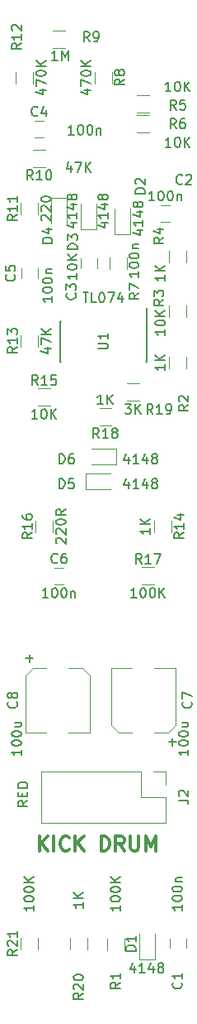
<source format=gbr>
%TF.GenerationSoftware,KiCad,Pcbnew,(5.1.6-0)*%
%TF.CreationDate,2022-12-04T14:57:16-05:00*%
%TF.ProjectId,KickDrum,4b69636b-4472-4756-9d2e-6b696361645f,rev?*%
%TF.SameCoordinates,Original*%
%TF.FileFunction,Legend,Top*%
%TF.FilePolarity,Positive*%
%FSLAX46Y46*%
G04 Gerber Fmt 4.6, Leading zero omitted, Abs format (unit mm)*
G04 Created by KiCad (PCBNEW (5.1.6-0)) date 2022-12-04 14:57:16*
%MOMM*%
%LPD*%
G01*
G04 APERTURE LIST*
%ADD10C,0.300000*%
%ADD11C,0.120000*%
%ADD12C,0.150000*%
G04 APERTURE END LIST*
D10*
X115320714Y-160698571D02*
X115320714Y-159198571D01*
X116177857Y-160698571D02*
X115535000Y-159841428D01*
X116177857Y-159198571D02*
X115320714Y-160055714D01*
X116820714Y-160698571D02*
X116820714Y-159198571D01*
X118392142Y-160555714D02*
X118320714Y-160627142D01*
X118106428Y-160698571D01*
X117963571Y-160698571D01*
X117749285Y-160627142D01*
X117606428Y-160484285D01*
X117535000Y-160341428D01*
X117463571Y-160055714D01*
X117463571Y-159841428D01*
X117535000Y-159555714D01*
X117606428Y-159412857D01*
X117749285Y-159270000D01*
X117963571Y-159198571D01*
X118106428Y-159198571D01*
X118320714Y-159270000D01*
X118392142Y-159341428D01*
X119035000Y-160698571D02*
X119035000Y-159198571D01*
X119892142Y-160698571D02*
X119249285Y-159841428D01*
X119892142Y-159198571D02*
X119035000Y-160055714D01*
X121677857Y-160698571D02*
X121677857Y-159198571D01*
X122035000Y-159198571D01*
X122249285Y-159270000D01*
X122392142Y-159412857D01*
X122463571Y-159555714D01*
X122535000Y-159841428D01*
X122535000Y-160055714D01*
X122463571Y-160341428D01*
X122392142Y-160484285D01*
X122249285Y-160627142D01*
X122035000Y-160698571D01*
X121677857Y-160698571D01*
X124035000Y-160698571D02*
X123535000Y-159984285D01*
X123177857Y-160698571D02*
X123177857Y-159198571D01*
X123749285Y-159198571D01*
X123892142Y-159270000D01*
X123963571Y-159341428D01*
X124035000Y-159484285D01*
X124035000Y-159698571D01*
X123963571Y-159841428D01*
X123892142Y-159912857D01*
X123749285Y-159984285D01*
X123177857Y-159984285D01*
X124677857Y-159198571D02*
X124677857Y-160412857D01*
X124749285Y-160555714D01*
X124820714Y-160627142D01*
X124963571Y-160698571D01*
X125249285Y-160698571D01*
X125392142Y-160627142D01*
X125463571Y-160555714D01*
X125535000Y-160412857D01*
X125535000Y-159198571D01*
X126249285Y-160698571D02*
X126249285Y-159198571D01*
X126749285Y-160270000D01*
X127249285Y-159198571D01*
X127249285Y-160698571D01*
D11*
%TO.C,C8*%
X113888000Y-148588000D02*
X116068000Y-148588000D01*
X120488000Y-148588000D02*
X118308000Y-148588000D01*
X114648000Y-141988000D02*
X116068000Y-141988000D01*
X119728000Y-141988000D02*
X118308000Y-141988000D01*
X113888000Y-148588000D02*
X113888000Y-142748000D01*
X113888000Y-142748000D02*
X114648000Y-141988000D01*
X119728000Y-141988000D02*
X120488000Y-142748000D01*
X120488000Y-142748000D02*
X120488000Y-148588000D01*
%TO.C,C7*%
X129284000Y-141988000D02*
X127104000Y-141988000D01*
X122684000Y-141988000D02*
X124864000Y-141988000D01*
X128524000Y-148588000D02*
X127104000Y-148588000D01*
X123444000Y-148588000D02*
X124864000Y-148588000D01*
X129284000Y-141988000D02*
X129284000Y-147828000D01*
X129284000Y-147828000D02*
X128524000Y-148588000D01*
X123444000Y-148588000D02*
X122684000Y-147828000D01*
X122684000Y-147828000D02*
X122684000Y-141988000D01*
D12*
%TO.C,U1*%
X126370000Y-106510000D02*
X126345000Y-106510000D01*
X126370000Y-110660000D02*
X126255000Y-110660000D01*
X117470000Y-110660000D02*
X117585000Y-110660000D01*
X117470000Y-106510000D02*
X117585000Y-106510000D01*
X126370000Y-106510000D02*
X126370000Y-110660000D01*
X117470000Y-106510000D02*
X117470000Y-110660000D01*
X126345000Y-106510000D02*
X126345000Y-105135000D01*
D11*
%TO.C,R21*%
X115180000Y-169580000D02*
X115180000Y-170780000D01*
X113420000Y-170780000D02*
X113420000Y-169580000D01*
%TO.C,R20*%
X118500000Y-170780000D02*
X118500000Y-169580000D01*
X120260000Y-169580000D02*
X120260000Y-170780000D01*
%TO.C,R19*%
X125568000Y-114672000D02*
X124368000Y-114672000D01*
X124368000Y-112912000D02*
X125568000Y-112912000D01*
%TO.C,R18*%
X121494000Y-115452000D02*
X122694000Y-115452000D01*
X122694000Y-117212000D02*
X121494000Y-117212000D01*
%TO.C,R17*%
X127092000Y-133468000D02*
X125892000Y-133468000D01*
X125892000Y-131708000D02*
X127092000Y-131708000D01*
%TO.C,R16*%
X116704000Y-126908000D02*
X116704000Y-128108000D01*
X114944000Y-128108000D02*
X114944000Y-126908000D01*
%TO.C,R15*%
X116424000Y-115180000D02*
X115224000Y-115180000D01*
X115224000Y-113420000D02*
X116424000Y-113420000D01*
%TO.C,R14*%
X127136000Y-128108000D02*
X127136000Y-126908000D01*
X128896000Y-126908000D02*
X128896000Y-128108000D01*
%TO.C,R13*%
X115180000Y-107938000D02*
X115180000Y-109138000D01*
X113420000Y-109138000D02*
X113420000Y-107938000D01*
%TO.C,R12*%
X114672000Y-81014000D02*
X114672000Y-82214000D01*
X112912000Y-82214000D02*
X112912000Y-81014000D01*
%TO.C,R11*%
X115180000Y-94396000D02*
X115180000Y-95596000D01*
X113420000Y-95596000D02*
X113420000Y-94396000D01*
%TO.C,R10*%
X114716000Y-89036000D02*
X115916000Y-89036000D01*
X115916000Y-90796000D02*
X114716000Y-90796000D01*
%TO.C,R9*%
X116748000Y-76844000D02*
X117948000Y-76844000D01*
X117948000Y-78604000D02*
X116748000Y-78604000D01*
%TO.C,R8*%
X121040000Y-82214000D02*
X121040000Y-81014000D01*
X122800000Y-81014000D02*
X122800000Y-82214000D01*
%TO.C,R7*%
X122564000Y-101184000D02*
X122564000Y-99984000D01*
X124324000Y-99984000D02*
X124324000Y-101184000D01*
%TO.C,R6*%
X125384000Y-85480000D02*
X126584000Y-85480000D01*
X126584000Y-87240000D02*
X125384000Y-87240000D01*
%TO.C,R5*%
X125384000Y-83448000D02*
X126584000Y-83448000D01*
X126584000Y-85208000D02*
X125384000Y-85208000D01*
%TO.C,R4*%
X128660000Y-100502000D02*
X128660000Y-99302000D01*
X130420000Y-99302000D02*
X130420000Y-100502000D01*
%TO.C,R3*%
X128660000Y-106090000D02*
X128660000Y-104890000D01*
X130420000Y-104890000D02*
X130420000Y-106090000D01*
%TO.C,R2*%
X128660000Y-111344000D02*
X128660000Y-110144000D01*
X130420000Y-110144000D02*
X130420000Y-111344000D01*
%TO.C,R1*%
X122310000Y-170860000D02*
X122310000Y-169660000D01*
X124070000Y-169660000D02*
X124070000Y-170860000D01*
%TO.C,J2*%
X115510000Y-152594000D02*
X115510000Y-157794000D01*
X125730000Y-152594000D02*
X115510000Y-152594000D01*
X128330000Y-157794000D02*
X115510000Y-157794000D01*
X125730000Y-152594000D02*
X125730000Y-155194000D01*
X125730000Y-155194000D02*
X128330000Y-155194000D01*
X128330000Y-155194000D02*
X128330000Y-157794000D01*
X127000000Y-152594000D02*
X128330000Y-152594000D01*
X128330000Y-152594000D02*
X128330000Y-153924000D01*
%TO.C,D6*%
X123266000Y-121196000D02*
X123266000Y-119596000D01*
X123266000Y-119596000D02*
X120666000Y-119596000D01*
X123266000Y-121196000D02*
X120666000Y-121196000D01*
%TO.C,D5*%
X120066000Y-122136000D02*
X120066000Y-123736000D01*
X120066000Y-123736000D02*
X122666000Y-123736000D01*
X120066000Y-122136000D02*
X122666000Y-122136000D01*
%TO.C,D4*%
X118148000Y-93904000D02*
X116548000Y-93904000D01*
X116548000Y-93904000D02*
X116548000Y-96504000D01*
X118148000Y-93904000D02*
X118148000Y-96504000D01*
%TO.C,D3*%
X119596000Y-97104000D02*
X121196000Y-97104000D01*
X121196000Y-97104000D02*
X121196000Y-94504000D01*
X119596000Y-97104000D02*
X119596000Y-94504000D01*
%TO.C,D2*%
X123025000Y-97612000D02*
X124625000Y-97612000D01*
X124625000Y-97612000D02*
X124625000Y-95012000D01*
X123025000Y-97612000D02*
X123025000Y-95012000D01*
%TO.C,D1*%
X125565000Y-171780000D02*
X127165000Y-171780000D01*
X127165000Y-171780000D02*
X127165000Y-169180000D01*
X125565000Y-171780000D02*
X125565000Y-169180000D01*
%TO.C,C6*%
X117848000Y-131738000D02*
X116848000Y-131738000D01*
X116848000Y-133438000D02*
X117848000Y-133438000D01*
%TO.C,C5*%
X115150000Y-102100000D02*
X115150000Y-101100000D01*
X113450000Y-101100000D02*
X113450000Y-102100000D01*
%TO.C,C4*%
X115816000Y-86018000D02*
X114816000Y-86018000D01*
X114816000Y-87718000D02*
X115816000Y-87718000D01*
%TO.C,C3*%
X119546000Y-100084000D02*
X119546000Y-101084000D01*
X121246000Y-101084000D02*
X121246000Y-100084000D01*
%TO.C,C2*%
X127770000Y-96354000D02*
X128770000Y-96354000D01*
X128770000Y-94654000D02*
X127770000Y-94654000D01*
%TO.C,C1*%
X128690000Y-169660000D02*
X128690000Y-170660000D01*
X130390000Y-170660000D02*
X130390000Y-169660000D01*
%TO.C,C8*%
D12*
X112985142Y-145454666D02*
X113032761Y-145502285D01*
X113080380Y-145645142D01*
X113080380Y-145740380D01*
X113032761Y-145883238D01*
X112937523Y-145978476D01*
X112842285Y-146026095D01*
X112651809Y-146073714D01*
X112508952Y-146073714D01*
X112318476Y-146026095D01*
X112223238Y-145978476D01*
X112128000Y-145883238D01*
X112080380Y-145740380D01*
X112080380Y-145645142D01*
X112128000Y-145502285D01*
X112175619Y-145454666D01*
X112508952Y-144883238D02*
X112461333Y-144978476D01*
X112413714Y-145026095D01*
X112318476Y-145073714D01*
X112270857Y-145073714D01*
X112175619Y-145026095D01*
X112128000Y-144978476D01*
X112080380Y-144883238D01*
X112080380Y-144692761D01*
X112128000Y-144597523D01*
X112175619Y-144549904D01*
X112270857Y-144502285D01*
X112318476Y-144502285D01*
X112413714Y-144549904D01*
X112461333Y-144597523D01*
X112508952Y-144692761D01*
X112508952Y-144883238D01*
X112556571Y-144978476D01*
X112604190Y-145026095D01*
X112699428Y-145073714D01*
X112889904Y-145073714D01*
X112985142Y-145026095D01*
X113032761Y-144978476D01*
X113080380Y-144883238D01*
X113080380Y-144692761D01*
X113032761Y-144597523D01*
X112985142Y-144549904D01*
X112889904Y-144502285D01*
X112699428Y-144502285D01*
X112604190Y-144549904D01*
X112556571Y-144597523D01*
X112508952Y-144692761D01*
X113482380Y-150344047D02*
X113482380Y-150915476D01*
X113482380Y-150629761D02*
X112482380Y-150629761D01*
X112625238Y-150725000D01*
X112720476Y-150820238D01*
X112768095Y-150915476D01*
X112482380Y-149725000D02*
X112482380Y-149629761D01*
X112530000Y-149534523D01*
X112577619Y-149486904D01*
X112672857Y-149439285D01*
X112863333Y-149391666D01*
X113101428Y-149391666D01*
X113291904Y-149439285D01*
X113387142Y-149486904D01*
X113434761Y-149534523D01*
X113482380Y-149629761D01*
X113482380Y-149725000D01*
X113434761Y-149820238D01*
X113387142Y-149867857D01*
X113291904Y-149915476D01*
X113101428Y-149963095D01*
X112863333Y-149963095D01*
X112672857Y-149915476D01*
X112577619Y-149867857D01*
X112530000Y-149820238D01*
X112482380Y-149725000D01*
X112482380Y-148772619D02*
X112482380Y-148677380D01*
X112530000Y-148582142D01*
X112577619Y-148534523D01*
X112672857Y-148486904D01*
X112863333Y-148439285D01*
X113101428Y-148439285D01*
X113291904Y-148486904D01*
X113387142Y-148534523D01*
X113434761Y-148582142D01*
X113482380Y-148677380D01*
X113482380Y-148772619D01*
X113434761Y-148867857D01*
X113387142Y-148915476D01*
X113291904Y-148963095D01*
X113101428Y-149010714D01*
X112863333Y-149010714D01*
X112672857Y-148963095D01*
X112577619Y-148915476D01*
X112530000Y-148867857D01*
X112482380Y-148772619D01*
X112815714Y-147582142D02*
X113482380Y-147582142D01*
X112815714Y-148010714D02*
X113339523Y-148010714D01*
X113434761Y-147963095D01*
X113482380Y-147867857D01*
X113482380Y-147725000D01*
X113434761Y-147629761D01*
X113387142Y-147582142D01*
X114299428Y-141388952D02*
X114299428Y-140627047D01*
X114680380Y-141008000D02*
X113918476Y-141008000D01*
%TO.C,C7*%
X130901142Y-145454666D02*
X130948761Y-145502285D01*
X130996380Y-145645142D01*
X130996380Y-145740380D01*
X130948761Y-145883238D01*
X130853523Y-145978476D01*
X130758285Y-146026095D01*
X130567809Y-146073714D01*
X130424952Y-146073714D01*
X130234476Y-146026095D01*
X130139238Y-145978476D01*
X130044000Y-145883238D01*
X129996380Y-145740380D01*
X129996380Y-145645142D01*
X130044000Y-145502285D01*
X130091619Y-145454666D01*
X129996380Y-145121333D02*
X129996380Y-144454666D01*
X130996380Y-144883238D01*
X130627380Y-150344047D02*
X130627380Y-150915476D01*
X130627380Y-150629761D02*
X129627380Y-150629761D01*
X129770238Y-150725000D01*
X129865476Y-150820238D01*
X129913095Y-150915476D01*
X129627380Y-149725000D02*
X129627380Y-149629761D01*
X129675000Y-149534523D01*
X129722619Y-149486904D01*
X129817857Y-149439285D01*
X130008333Y-149391666D01*
X130246428Y-149391666D01*
X130436904Y-149439285D01*
X130532142Y-149486904D01*
X130579761Y-149534523D01*
X130627380Y-149629761D01*
X130627380Y-149725000D01*
X130579761Y-149820238D01*
X130532142Y-149867857D01*
X130436904Y-149915476D01*
X130246428Y-149963095D01*
X130008333Y-149963095D01*
X129817857Y-149915476D01*
X129722619Y-149867857D01*
X129675000Y-149820238D01*
X129627380Y-149725000D01*
X129627380Y-148772619D02*
X129627380Y-148677380D01*
X129675000Y-148582142D01*
X129722619Y-148534523D01*
X129817857Y-148486904D01*
X130008333Y-148439285D01*
X130246428Y-148439285D01*
X130436904Y-148486904D01*
X130532142Y-148534523D01*
X130579761Y-148582142D01*
X130627380Y-148677380D01*
X130627380Y-148772619D01*
X130579761Y-148867857D01*
X130532142Y-148915476D01*
X130436904Y-148963095D01*
X130246428Y-149010714D01*
X130008333Y-149010714D01*
X129817857Y-148963095D01*
X129722619Y-148915476D01*
X129675000Y-148867857D01*
X129627380Y-148772619D01*
X129960714Y-147582142D02*
X130627380Y-147582142D01*
X129960714Y-148010714D02*
X130484523Y-148010714D01*
X130579761Y-147963095D01*
X130627380Y-147867857D01*
X130627380Y-147725000D01*
X130579761Y-147629761D01*
X130532142Y-147582142D01*
X129015428Y-149948952D02*
X129015428Y-149187047D01*
X129396380Y-149568000D02*
X128634476Y-149568000D01*
%TO.C,U1*%
X121372380Y-109346904D02*
X122181904Y-109346904D01*
X122277142Y-109299285D01*
X122324761Y-109251666D01*
X122372380Y-109156428D01*
X122372380Y-108965952D01*
X122324761Y-108870714D01*
X122277142Y-108823095D01*
X122181904Y-108775476D01*
X121372380Y-108775476D01*
X122372380Y-107775476D02*
X122372380Y-108346904D01*
X122372380Y-108061190D02*
X121372380Y-108061190D01*
X121515238Y-108156428D01*
X121610476Y-108251666D01*
X121658095Y-108346904D01*
X119800952Y-103592380D02*
X120372380Y-103592380D01*
X120086666Y-104592380D02*
X120086666Y-103592380D01*
X121181904Y-104592380D02*
X120705714Y-104592380D01*
X120705714Y-103592380D01*
X121705714Y-103592380D02*
X121800952Y-103592380D01*
X121896190Y-103640000D01*
X121943809Y-103687619D01*
X121991428Y-103782857D01*
X122039047Y-103973333D01*
X122039047Y-104211428D01*
X121991428Y-104401904D01*
X121943809Y-104497142D01*
X121896190Y-104544761D01*
X121800952Y-104592380D01*
X121705714Y-104592380D01*
X121610476Y-104544761D01*
X121562857Y-104497142D01*
X121515238Y-104401904D01*
X121467619Y-104211428D01*
X121467619Y-103973333D01*
X121515238Y-103782857D01*
X121562857Y-103687619D01*
X121610476Y-103640000D01*
X121705714Y-103592380D01*
X122372380Y-103592380D02*
X123039047Y-103592380D01*
X122610476Y-104592380D01*
X123848571Y-103925714D02*
X123848571Y-104592380D01*
X123610476Y-103544761D02*
X123372380Y-104259047D01*
X123991428Y-104259047D01*
%TO.C,R21*%
X113052380Y-170822857D02*
X112576190Y-171156190D01*
X113052380Y-171394285D02*
X112052380Y-171394285D01*
X112052380Y-171013333D01*
X112100000Y-170918095D01*
X112147619Y-170870476D01*
X112242857Y-170822857D01*
X112385714Y-170822857D01*
X112480952Y-170870476D01*
X112528571Y-170918095D01*
X112576190Y-171013333D01*
X112576190Y-171394285D01*
X112147619Y-170441904D02*
X112100000Y-170394285D01*
X112052380Y-170299047D01*
X112052380Y-170060952D01*
X112100000Y-169965714D01*
X112147619Y-169918095D01*
X112242857Y-169870476D01*
X112338095Y-169870476D01*
X112480952Y-169918095D01*
X113052380Y-170489523D01*
X113052380Y-169870476D01*
X113052380Y-168918095D02*
X113052380Y-169489523D01*
X113052380Y-169203809D02*
X112052380Y-169203809D01*
X112195238Y-169299047D01*
X112290476Y-169394285D01*
X112338095Y-169489523D01*
X114752380Y-166266666D02*
X114752380Y-166838095D01*
X114752380Y-166552380D02*
X113752380Y-166552380D01*
X113895238Y-166647619D01*
X113990476Y-166742857D01*
X114038095Y-166838095D01*
X113752380Y-165647619D02*
X113752380Y-165552380D01*
X113800000Y-165457142D01*
X113847619Y-165409523D01*
X113942857Y-165361904D01*
X114133333Y-165314285D01*
X114371428Y-165314285D01*
X114561904Y-165361904D01*
X114657142Y-165409523D01*
X114704761Y-165457142D01*
X114752380Y-165552380D01*
X114752380Y-165647619D01*
X114704761Y-165742857D01*
X114657142Y-165790476D01*
X114561904Y-165838095D01*
X114371428Y-165885714D01*
X114133333Y-165885714D01*
X113942857Y-165838095D01*
X113847619Y-165790476D01*
X113800000Y-165742857D01*
X113752380Y-165647619D01*
X113752380Y-164695238D02*
X113752380Y-164600000D01*
X113800000Y-164504761D01*
X113847619Y-164457142D01*
X113942857Y-164409523D01*
X114133333Y-164361904D01*
X114371428Y-164361904D01*
X114561904Y-164409523D01*
X114657142Y-164457142D01*
X114704761Y-164504761D01*
X114752380Y-164600000D01*
X114752380Y-164695238D01*
X114704761Y-164790476D01*
X114657142Y-164838095D01*
X114561904Y-164885714D01*
X114371428Y-164933333D01*
X114133333Y-164933333D01*
X113942857Y-164885714D01*
X113847619Y-164838095D01*
X113800000Y-164790476D01*
X113752380Y-164695238D01*
X114752380Y-163933333D02*
X113752380Y-163933333D01*
X114752380Y-163361904D02*
X114180952Y-163790476D01*
X113752380Y-163361904D02*
X114323809Y-163933333D01*
%TO.C,R20*%
X119832380Y-175267857D02*
X119356190Y-175601190D01*
X119832380Y-175839285D02*
X118832380Y-175839285D01*
X118832380Y-175458333D01*
X118880000Y-175363095D01*
X118927619Y-175315476D01*
X119022857Y-175267857D01*
X119165714Y-175267857D01*
X119260952Y-175315476D01*
X119308571Y-175363095D01*
X119356190Y-175458333D01*
X119356190Y-175839285D01*
X118927619Y-174886904D02*
X118880000Y-174839285D01*
X118832380Y-174744047D01*
X118832380Y-174505952D01*
X118880000Y-174410714D01*
X118927619Y-174363095D01*
X119022857Y-174315476D01*
X119118095Y-174315476D01*
X119260952Y-174363095D01*
X119832380Y-174934523D01*
X119832380Y-174315476D01*
X118832380Y-173696428D02*
X118832380Y-173601190D01*
X118880000Y-173505952D01*
X118927619Y-173458333D01*
X119022857Y-173410714D01*
X119213333Y-173363095D01*
X119451428Y-173363095D01*
X119641904Y-173410714D01*
X119737142Y-173458333D01*
X119784761Y-173505952D01*
X119832380Y-173601190D01*
X119832380Y-173696428D01*
X119784761Y-173791666D01*
X119737142Y-173839285D01*
X119641904Y-173886904D01*
X119451428Y-173934523D01*
X119213333Y-173934523D01*
X119022857Y-173886904D01*
X118927619Y-173839285D01*
X118880000Y-173791666D01*
X118832380Y-173696428D01*
X119832380Y-165949285D02*
X119832380Y-166520714D01*
X119832380Y-166235000D02*
X118832380Y-166235000D01*
X118975238Y-166330238D01*
X119070476Y-166425476D01*
X119118095Y-166520714D01*
X119832380Y-165520714D02*
X118832380Y-165520714D01*
X119832380Y-164949285D02*
X119260952Y-165377857D01*
X118832380Y-164949285D02*
X119403809Y-165520714D01*
%TO.C,R19*%
X126992142Y-116022380D02*
X126658809Y-115546190D01*
X126420714Y-116022380D02*
X126420714Y-115022380D01*
X126801666Y-115022380D01*
X126896904Y-115070000D01*
X126944523Y-115117619D01*
X126992142Y-115212857D01*
X126992142Y-115355714D01*
X126944523Y-115450952D01*
X126896904Y-115498571D01*
X126801666Y-115546190D01*
X126420714Y-115546190D01*
X127944523Y-116022380D02*
X127373095Y-116022380D01*
X127658809Y-116022380D02*
X127658809Y-115022380D01*
X127563571Y-115165238D01*
X127468333Y-115260476D01*
X127373095Y-115308095D01*
X128420714Y-116022380D02*
X128611190Y-116022380D01*
X128706428Y-115974761D01*
X128754047Y-115927142D01*
X128849285Y-115784285D01*
X128896904Y-115593809D01*
X128896904Y-115212857D01*
X128849285Y-115117619D01*
X128801666Y-115070000D01*
X128706428Y-115022380D01*
X128515952Y-115022380D01*
X128420714Y-115070000D01*
X128373095Y-115117619D01*
X128325476Y-115212857D01*
X128325476Y-115450952D01*
X128373095Y-115546190D01*
X128420714Y-115593809D01*
X128515952Y-115641428D01*
X128706428Y-115641428D01*
X128801666Y-115593809D01*
X128849285Y-115546190D01*
X128896904Y-115450952D01*
X124134666Y-114994380D02*
X124753714Y-114994380D01*
X124420380Y-115375333D01*
X124563238Y-115375333D01*
X124658476Y-115422952D01*
X124706095Y-115470571D01*
X124753714Y-115565809D01*
X124753714Y-115803904D01*
X124706095Y-115899142D01*
X124658476Y-115946761D01*
X124563238Y-115994380D01*
X124277523Y-115994380D01*
X124182285Y-115946761D01*
X124134666Y-115899142D01*
X125182285Y-115994380D02*
X125182285Y-114994380D01*
X125753714Y-115994380D02*
X125325142Y-115422952D01*
X125753714Y-114994380D02*
X125182285Y-115565809D01*
%TO.C,R18*%
X121451142Y-118484380D02*
X121117809Y-118008190D01*
X120879714Y-118484380D02*
X120879714Y-117484380D01*
X121260666Y-117484380D01*
X121355904Y-117532000D01*
X121403523Y-117579619D01*
X121451142Y-117674857D01*
X121451142Y-117817714D01*
X121403523Y-117912952D01*
X121355904Y-117960571D01*
X121260666Y-118008190D01*
X120879714Y-118008190D01*
X122403523Y-118484380D02*
X121832095Y-118484380D01*
X122117809Y-118484380D02*
X122117809Y-117484380D01*
X122022571Y-117627238D01*
X121927333Y-117722476D01*
X121832095Y-117770095D01*
X122974952Y-117912952D02*
X122879714Y-117865333D01*
X122832095Y-117817714D01*
X122784476Y-117722476D01*
X122784476Y-117674857D01*
X122832095Y-117579619D01*
X122879714Y-117532000D01*
X122974952Y-117484380D01*
X123165428Y-117484380D01*
X123260666Y-117532000D01*
X123308285Y-117579619D01*
X123355904Y-117674857D01*
X123355904Y-117722476D01*
X123308285Y-117817714D01*
X123260666Y-117865333D01*
X123165428Y-117912952D01*
X122974952Y-117912952D01*
X122879714Y-117960571D01*
X122832095Y-118008190D01*
X122784476Y-118103428D01*
X122784476Y-118293904D01*
X122832095Y-118389142D01*
X122879714Y-118436761D01*
X122974952Y-118484380D01*
X123165428Y-118484380D01*
X123260666Y-118436761D01*
X123308285Y-118389142D01*
X123355904Y-118293904D01*
X123355904Y-118103428D01*
X123308285Y-118008190D01*
X123260666Y-117960571D01*
X123165428Y-117912952D01*
X121879714Y-115034380D02*
X121308285Y-115034380D01*
X121594000Y-115034380D02*
X121594000Y-114034380D01*
X121498761Y-114177238D01*
X121403523Y-114272476D01*
X121308285Y-114320095D01*
X122308285Y-115034380D02*
X122308285Y-114034380D01*
X122879714Y-115034380D02*
X122451142Y-114462952D01*
X122879714Y-114034380D02*
X122308285Y-114605809D01*
%TO.C,R17*%
X125849142Y-131340380D02*
X125515809Y-130864190D01*
X125277714Y-131340380D02*
X125277714Y-130340380D01*
X125658666Y-130340380D01*
X125753904Y-130388000D01*
X125801523Y-130435619D01*
X125849142Y-130530857D01*
X125849142Y-130673714D01*
X125801523Y-130768952D01*
X125753904Y-130816571D01*
X125658666Y-130864190D01*
X125277714Y-130864190D01*
X126801523Y-131340380D02*
X126230095Y-131340380D01*
X126515809Y-131340380D02*
X126515809Y-130340380D01*
X126420571Y-130483238D01*
X126325333Y-130578476D01*
X126230095Y-130626095D01*
X127134857Y-130340380D02*
X127801523Y-130340380D01*
X127372952Y-131340380D01*
X125325333Y-134790380D02*
X124753904Y-134790380D01*
X125039619Y-134790380D02*
X125039619Y-133790380D01*
X124944380Y-133933238D01*
X124849142Y-134028476D01*
X124753904Y-134076095D01*
X125944380Y-133790380D02*
X126039619Y-133790380D01*
X126134857Y-133838000D01*
X126182476Y-133885619D01*
X126230095Y-133980857D01*
X126277714Y-134171333D01*
X126277714Y-134409428D01*
X126230095Y-134599904D01*
X126182476Y-134695142D01*
X126134857Y-134742761D01*
X126039619Y-134790380D01*
X125944380Y-134790380D01*
X125849142Y-134742761D01*
X125801523Y-134695142D01*
X125753904Y-134599904D01*
X125706285Y-134409428D01*
X125706285Y-134171333D01*
X125753904Y-133980857D01*
X125801523Y-133885619D01*
X125849142Y-133838000D01*
X125944380Y-133790380D01*
X126896761Y-133790380D02*
X126992000Y-133790380D01*
X127087238Y-133838000D01*
X127134857Y-133885619D01*
X127182476Y-133980857D01*
X127230095Y-134171333D01*
X127230095Y-134409428D01*
X127182476Y-134599904D01*
X127134857Y-134695142D01*
X127087238Y-134742761D01*
X126992000Y-134790380D01*
X126896761Y-134790380D01*
X126801523Y-134742761D01*
X126753904Y-134695142D01*
X126706285Y-134599904D01*
X126658666Y-134409428D01*
X126658666Y-134171333D01*
X126706285Y-133980857D01*
X126753904Y-133885619D01*
X126801523Y-133838000D01*
X126896761Y-133790380D01*
X127658666Y-134790380D02*
X127658666Y-133790380D01*
X128230095Y-134790380D02*
X127801523Y-134218952D01*
X128230095Y-133790380D02*
X127658666Y-134361809D01*
%TO.C,R16*%
X114576380Y-128150857D02*
X114100190Y-128484190D01*
X114576380Y-128722285D02*
X113576380Y-128722285D01*
X113576380Y-128341333D01*
X113624000Y-128246095D01*
X113671619Y-128198476D01*
X113766857Y-128150857D01*
X113909714Y-128150857D01*
X114004952Y-128198476D01*
X114052571Y-128246095D01*
X114100190Y-128341333D01*
X114100190Y-128722285D01*
X114576380Y-127198476D02*
X114576380Y-127769904D01*
X114576380Y-127484190D02*
X113576380Y-127484190D01*
X113719238Y-127579428D01*
X113814476Y-127674666D01*
X113862095Y-127769904D01*
X113576380Y-126341333D02*
X113576380Y-126531809D01*
X113624000Y-126627047D01*
X113671619Y-126674666D01*
X113814476Y-126769904D01*
X114004952Y-126817523D01*
X114385904Y-126817523D01*
X114481142Y-126769904D01*
X114528761Y-126722285D01*
X114576380Y-126627047D01*
X114576380Y-126436571D01*
X114528761Y-126341333D01*
X114481142Y-126293714D01*
X114385904Y-126246095D01*
X114147809Y-126246095D01*
X114052571Y-126293714D01*
X114004952Y-126341333D01*
X113957333Y-126436571D01*
X113957333Y-126627047D01*
X114004952Y-126722285D01*
X114052571Y-126769904D01*
X114147809Y-126817523D01*
X117121619Y-129246095D02*
X117074000Y-129198476D01*
X117026380Y-129103238D01*
X117026380Y-128865142D01*
X117074000Y-128769904D01*
X117121619Y-128722285D01*
X117216857Y-128674666D01*
X117312095Y-128674666D01*
X117454952Y-128722285D01*
X118026380Y-129293714D01*
X118026380Y-128674666D01*
X117121619Y-128293714D02*
X117074000Y-128246095D01*
X117026380Y-128150857D01*
X117026380Y-127912761D01*
X117074000Y-127817523D01*
X117121619Y-127769904D01*
X117216857Y-127722285D01*
X117312095Y-127722285D01*
X117454952Y-127769904D01*
X118026380Y-128341333D01*
X118026380Y-127722285D01*
X117026380Y-127103238D02*
X117026380Y-127008000D01*
X117074000Y-126912761D01*
X117121619Y-126865142D01*
X117216857Y-126817523D01*
X117407333Y-126769904D01*
X117645428Y-126769904D01*
X117835904Y-126817523D01*
X117931142Y-126865142D01*
X117978761Y-126912761D01*
X118026380Y-127008000D01*
X118026380Y-127103238D01*
X117978761Y-127198476D01*
X117931142Y-127246095D01*
X117835904Y-127293714D01*
X117645428Y-127341333D01*
X117407333Y-127341333D01*
X117216857Y-127293714D01*
X117121619Y-127246095D01*
X117074000Y-127198476D01*
X117026380Y-127103238D01*
X118026380Y-125769904D02*
X117550190Y-126103238D01*
X118026380Y-126341333D02*
X117026380Y-126341333D01*
X117026380Y-125960380D01*
X117074000Y-125865142D01*
X117121619Y-125817523D01*
X117216857Y-125769904D01*
X117359714Y-125769904D01*
X117454952Y-125817523D01*
X117502571Y-125865142D01*
X117550190Y-125960380D01*
X117550190Y-126341333D01*
%TO.C,R15*%
X115181142Y-113052380D02*
X114847809Y-112576190D01*
X114609714Y-113052380D02*
X114609714Y-112052380D01*
X114990666Y-112052380D01*
X115085904Y-112100000D01*
X115133523Y-112147619D01*
X115181142Y-112242857D01*
X115181142Y-112385714D01*
X115133523Y-112480952D01*
X115085904Y-112528571D01*
X114990666Y-112576190D01*
X114609714Y-112576190D01*
X116133523Y-113052380D02*
X115562095Y-113052380D01*
X115847809Y-113052380D02*
X115847809Y-112052380D01*
X115752571Y-112195238D01*
X115657333Y-112290476D01*
X115562095Y-112338095D01*
X117038285Y-112052380D02*
X116562095Y-112052380D01*
X116514476Y-112528571D01*
X116562095Y-112480952D01*
X116657333Y-112433333D01*
X116895428Y-112433333D01*
X116990666Y-112480952D01*
X117038285Y-112528571D01*
X117085904Y-112623809D01*
X117085904Y-112861904D01*
X117038285Y-112957142D01*
X116990666Y-113004761D01*
X116895428Y-113052380D01*
X116657333Y-113052380D01*
X116562095Y-113004761D01*
X116514476Y-112957142D01*
X115133523Y-116502380D02*
X114562095Y-116502380D01*
X114847809Y-116502380D02*
X114847809Y-115502380D01*
X114752571Y-115645238D01*
X114657333Y-115740476D01*
X114562095Y-115788095D01*
X115752571Y-115502380D02*
X115847809Y-115502380D01*
X115943047Y-115550000D01*
X115990666Y-115597619D01*
X116038285Y-115692857D01*
X116085904Y-115883333D01*
X116085904Y-116121428D01*
X116038285Y-116311904D01*
X115990666Y-116407142D01*
X115943047Y-116454761D01*
X115847809Y-116502380D01*
X115752571Y-116502380D01*
X115657333Y-116454761D01*
X115609714Y-116407142D01*
X115562095Y-116311904D01*
X115514476Y-116121428D01*
X115514476Y-115883333D01*
X115562095Y-115692857D01*
X115609714Y-115597619D01*
X115657333Y-115550000D01*
X115752571Y-115502380D01*
X116514476Y-116502380D02*
X116514476Y-115502380D01*
X117085904Y-116502380D02*
X116657333Y-115930952D01*
X117085904Y-115502380D02*
X116514476Y-116073809D01*
%TO.C,R14*%
X130168380Y-128150857D02*
X129692190Y-128484190D01*
X130168380Y-128722285D02*
X129168380Y-128722285D01*
X129168380Y-128341333D01*
X129216000Y-128246095D01*
X129263619Y-128198476D01*
X129358857Y-128150857D01*
X129501714Y-128150857D01*
X129596952Y-128198476D01*
X129644571Y-128246095D01*
X129692190Y-128341333D01*
X129692190Y-128722285D01*
X130168380Y-127198476D02*
X130168380Y-127769904D01*
X130168380Y-127484190D02*
X129168380Y-127484190D01*
X129311238Y-127579428D01*
X129406476Y-127674666D01*
X129454095Y-127769904D01*
X129501714Y-126341333D02*
X130168380Y-126341333D01*
X129120761Y-126579428D02*
X129835047Y-126817523D01*
X129835047Y-126198476D01*
X126718380Y-127722285D02*
X126718380Y-128293714D01*
X126718380Y-128008000D02*
X125718380Y-128008000D01*
X125861238Y-128103238D01*
X125956476Y-128198476D01*
X126004095Y-128293714D01*
X126718380Y-127293714D02*
X125718380Y-127293714D01*
X126718380Y-126722285D02*
X126146952Y-127150857D01*
X125718380Y-126722285D02*
X126289809Y-127293714D01*
%TO.C,R13*%
X113052380Y-109180857D02*
X112576190Y-109514190D01*
X113052380Y-109752285D02*
X112052380Y-109752285D01*
X112052380Y-109371333D01*
X112100000Y-109276095D01*
X112147619Y-109228476D01*
X112242857Y-109180857D01*
X112385714Y-109180857D01*
X112480952Y-109228476D01*
X112528571Y-109276095D01*
X112576190Y-109371333D01*
X112576190Y-109752285D01*
X113052380Y-108228476D02*
X113052380Y-108799904D01*
X113052380Y-108514190D02*
X112052380Y-108514190D01*
X112195238Y-108609428D01*
X112290476Y-108704666D01*
X112338095Y-108799904D01*
X112052380Y-107895142D02*
X112052380Y-107276095D01*
X112433333Y-107609428D01*
X112433333Y-107466571D01*
X112480952Y-107371333D01*
X112528571Y-107323714D01*
X112623809Y-107276095D01*
X112861904Y-107276095D01*
X112957142Y-107323714D01*
X113004761Y-107371333D01*
X113052380Y-107466571D01*
X113052380Y-107752285D01*
X113004761Y-107847523D01*
X112957142Y-107895142D01*
X115835714Y-109323714D02*
X116502380Y-109323714D01*
X115454761Y-109561809D02*
X116169047Y-109799904D01*
X116169047Y-109180857D01*
X115502380Y-108895142D02*
X115502380Y-108228476D01*
X116502380Y-108657047D01*
X116502380Y-107847523D02*
X115502380Y-107847523D01*
X116502380Y-107276095D02*
X115930952Y-107704666D01*
X115502380Y-107276095D02*
X116073809Y-107847523D01*
%TO.C,R12*%
X113482380Y-78112857D02*
X113006190Y-78446190D01*
X113482380Y-78684285D02*
X112482380Y-78684285D01*
X112482380Y-78303333D01*
X112530000Y-78208095D01*
X112577619Y-78160476D01*
X112672857Y-78112857D01*
X112815714Y-78112857D01*
X112910952Y-78160476D01*
X112958571Y-78208095D01*
X113006190Y-78303333D01*
X113006190Y-78684285D01*
X113482380Y-77160476D02*
X113482380Y-77731904D01*
X113482380Y-77446190D02*
X112482380Y-77446190D01*
X112625238Y-77541428D01*
X112720476Y-77636666D01*
X112768095Y-77731904D01*
X112577619Y-76779523D02*
X112530000Y-76731904D01*
X112482380Y-76636666D01*
X112482380Y-76398571D01*
X112530000Y-76303333D01*
X112577619Y-76255714D01*
X112672857Y-76208095D01*
X112768095Y-76208095D01*
X112910952Y-76255714D01*
X113482380Y-76827142D01*
X113482380Y-76208095D01*
X115327714Y-82875904D02*
X115994380Y-82875904D01*
X114946761Y-83114000D02*
X115661047Y-83352095D01*
X115661047Y-82733047D01*
X114994380Y-82447333D02*
X114994380Y-81780666D01*
X115994380Y-82209238D01*
X114994380Y-81209238D02*
X114994380Y-81114000D01*
X115042000Y-81018761D01*
X115089619Y-80971142D01*
X115184857Y-80923523D01*
X115375333Y-80875904D01*
X115613428Y-80875904D01*
X115803904Y-80923523D01*
X115899142Y-80971142D01*
X115946761Y-81018761D01*
X115994380Y-81114000D01*
X115994380Y-81209238D01*
X115946761Y-81304476D01*
X115899142Y-81352095D01*
X115803904Y-81399714D01*
X115613428Y-81447333D01*
X115375333Y-81447333D01*
X115184857Y-81399714D01*
X115089619Y-81352095D01*
X115042000Y-81304476D01*
X114994380Y-81209238D01*
X115994380Y-80447333D02*
X114994380Y-80447333D01*
X115994380Y-79875904D02*
X115422952Y-80304476D01*
X114994380Y-79875904D02*
X115565809Y-80447333D01*
%TO.C,R11*%
X113052380Y-95638857D02*
X112576190Y-95972190D01*
X113052380Y-96210285D02*
X112052380Y-96210285D01*
X112052380Y-95829333D01*
X112100000Y-95734095D01*
X112147619Y-95686476D01*
X112242857Y-95638857D01*
X112385714Y-95638857D01*
X112480952Y-95686476D01*
X112528571Y-95734095D01*
X112576190Y-95829333D01*
X112576190Y-96210285D01*
X113052380Y-94686476D02*
X113052380Y-95257904D01*
X113052380Y-94972190D02*
X112052380Y-94972190D01*
X112195238Y-95067428D01*
X112290476Y-95162666D01*
X112338095Y-95257904D01*
X113052380Y-93734095D02*
X113052380Y-94305523D01*
X113052380Y-94019809D02*
X112052380Y-94019809D01*
X112195238Y-94115047D01*
X112290476Y-94210285D01*
X112338095Y-94305523D01*
X115597619Y-96234095D02*
X115550000Y-96186476D01*
X115502380Y-96091238D01*
X115502380Y-95853142D01*
X115550000Y-95757904D01*
X115597619Y-95710285D01*
X115692857Y-95662666D01*
X115788095Y-95662666D01*
X115930952Y-95710285D01*
X116502380Y-96281714D01*
X116502380Y-95662666D01*
X115597619Y-95281714D02*
X115550000Y-95234095D01*
X115502380Y-95138857D01*
X115502380Y-94900761D01*
X115550000Y-94805523D01*
X115597619Y-94757904D01*
X115692857Y-94710285D01*
X115788095Y-94710285D01*
X115930952Y-94757904D01*
X116502380Y-95329333D01*
X116502380Y-94710285D01*
X115502380Y-94091238D02*
X115502380Y-93996000D01*
X115550000Y-93900761D01*
X115597619Y-93853142D01*
X115692857Y-93805523D01*
X115883333Y-93757904D01*
X116121428Y-93757904D01*
X116311904Y-93805523D01*
X116407142Y-93853142D01*
X116454761Y-93900761D01*
X116502380Y-93996000D01*
X116502380Y-94091238D01*
X116454761Y-94186476D01*
X116407142Y-94234095D01*
X116311904Y-94281714D01*
X116121428Y-94329333D01*
X115883333Y-94329333D01*
X115692857Y-94281714D01*
X115597619Y-94234095D01*
X115550000Y-94186476D01*
X115502380Y-94091238D01*
%TO.C,R10*%
X114673142Y-92068380D02*
X114339809Y-91592190D01*
X114101714Y-92068380D02*
X114101714Y-91068380D01*
X114482666Y-91068380D01*
X114577904Y-91116000D01*
X114625523Y-91163619D01*
X114673142Y-91258857D01*
X114673142Y-91401714D01*
X114625523Y-91496952D01*
X114577904Y-91544571D01*
X114482666Y-91592190D01*
X114101714Y-91592190D01*
X115625523Y-92068380D02*
X115054095Y-92068380D01*
X115339809Y-92068380D02*
X115339809Y-91068380D01*
X115244571Y-91211238D01*
X115149333Y-91306476D01*
X115054095Y-91354095D01*
X116244571Y-91068380D02*
X116339809Y-91068380D01*
X116435047Y-91116000D01*
X116482666Y-91163619D01*
X116530285Y-91258857D01*
X116577904Y-91449333D01*
X116577904Y-91687428D01*
X116530285Y-91877904D01*
X116482666Y-91973142D01*
X116435047Y-92020761D01*
X116339809Y-92068380D01*
X116244571Y-92068380D01*
X116149333Y-92020761D01*
X116101714Y-91973142D01*
X116054095Y-91877904D01*
X116006476Y-91687428D01*
X116006476Y-91449333D01*
X116054095Y-91258857D01*
X116101714Y-91163619D01*
X116149333Y-91116000D01*
X116244571Y-91068380D01*
X118594285Y-90590714D02*
X118594285Y-91257380D01*
X118356190Y-90209761D02*
X118118095Y-90924047D01*
X118737142Y-90924047D01*
X119022857Y-90257380D02*
X119689523Y-90257380D01*
X119260952Y-91257380D01*
X120070476Y-91257380D02*
X120070476Y-90257380D01*
X120641904Y-91257380D02*
X120213333Y-90685952D01*
X120641904Y-90257380D02*
X120070476Y-90828809D01*
%TO.C,R9*%
X120483333Y-77922380D02*
X120150000Y-77446190D01*
X119911904Y-77922380D02*
X119911904Y-76922380D01*
X120292857Y-76922380D01*
X120388095Y-76970000D01*
X120435714Y-77017619D01*
X120483333Y-77112857D01*
X120483333Y-77255714D01*
X120435714Y-77350952D01*
X120388095Y-77398571D01*
X120292857Y-77446190D01*
X119911904Y-77446190D01*
X120959523Y-77922380D02*
X121150000Y-77922380D01*
X121245238Y-77874761D01*
X121292857Y-77827142D01*
X121388095Y-77684285D01*
X121435714Y-77493809D01*
X121435714Y-77112857D01*
X121388095Y-77017619D01*
X121340476Y-76970000D01*
X121245238Y-76922380D01*
X121054761Y-76922380D01*
X120959523Y-76970000D01*
X120911904Y-77017619D01*
X120864285Y-77112857D01*
X120864285Y-77350952D01*
X120911904Y-77446190D01*
X120959523Y-77493809D01*
X121054761Y-77541428D01*
X121245238Y-77541428D01*
X121340476Y-77493809D01*
X121388095Y-77446190D01*
X121435714Y-77350952D01*
X117189285Y-79827380D02*
X116617857Y-79827380D01*
X116903571Y-79827380D02*
X116903571Y-78827380D01*
X116808333Y-78970238D01*
X116713095Y-79065476D01*
X116617857Y-79113095D01*
X117617857Y-79827380D02*
X117617857Y-78827380D01*
X117951190Y-79541666D01*
X118284523Y-78827380D01*
X118284523Y-79827380D01*
%TO.C,R8*%
X124072380Y-81780666D02*
X123596190Y-82114000D01*
X124072380Y-82352095D02*
X123072380Y-82352095D01*
X123072380Y-81971142D01*
X123120000Y-81875904D01*
X123167619Y-81828285D01*
X123262857Y-81780666D01*
X123405714Y-81780666D01*
X123500952Y-81828285D01*
X123548571Y-81875904D01*
X123596190Y-81971142D01*
X123596190Y-82352095D01*
X123500952Y-81209238D02*
X123453333Y-81304476D01*
X123405714Y-81352095D01*
X123310476Y-81399714D01*
X123262857Y-81399714D01*
X123167619Y-81352095D01*
X123120000Y-81304476D01*
X123072380Y-81209238D01*
X123072380Y-81018761D01*
X123120000Y-80923523D01*
X123167619Y-80875904D01*
X123262857Y-80828285D01*
X123310476Y-80828285D01*
X123405714Y-80875904D01*
X123453333Y-80923523D01*
X123500952Y-81018761D01*
X123500952Y-81209238D01*
X123548571Y-81304476D01*
X123596190Y-81352095D01*
X123691428Y-81399714D01*
X123881904Y-81399714D01*
X123977142Y-81352095D01*
X124024761Y-81304476D01*
X124072380Y-81209238D01*
X124072380Y-81018761D01*
X124024761Y-80923523D01*
X123977142Y-80875904D01*
X123881904Y-80828285D01*
X123691428Y-80828285D01*
X123596190Y-80875904D01*
X123548571Y-80923523D01*
X123500952Y-81018761D01*
X119955714Y-82875904D02*
X120622380Y-82875904D01*
X119574761Y-83114000D02*
X120289047Y-83352095D01*
X120289047Y-82733047D01*
X119622380Y-82447333D02*
X119622380Y-81780666D01*
X120622380Y-82209238D01*
X119622380Y-81209238D02*
X119622380Y-81114000D01*
X119670000Y-81018761D01*
X119717619Y-80971142D01*
X119812857Y-80923523D01*
X120003333Y-80875904D01*
X120241428Y-80875904D01*
X120431904Y-80923523D01*
X120527142Y-80971142D01*
X120574761Y-81018761D01*
X120622380Y-81114000D01*
X120622380Y-81209238D01*
X120574761Y-81304476D01*
X120527142Y-81352095D01*
X120431904Y-81399714D01*
X120241428Y-81447333D01*
X120003333Y-81447333D01*
X119812857Y-81399714D01*
X119717619Y-81352095D01*
X119670000Y-81304476D01*
X119622380Y-81209238D01*
X120622380Y-80447333D02*
X119622380Y-80447333D01*
X120622380Y-79875904D02*
X120050952Y-80304476D01*
X119622380Y-79875904D02*
X120193809Y-80447333D01*
%TO.C,R7*%
X125547380Y-103671666D02*
X125071190Y-104005000D01*
X125547380Y-104243095D02*
X124547380Y-104243095D01*
X124547380Y-103862142D01*
X124595000Y-103766904D01*
X124642619Y-103719285D01*
X124737857Y-103671666D01*
X124880714Y-103671666D01*
X124975952Y-103719285D01*
X125023571Y-103766904D01*
X125071190Y-103862142D01*
X125071190Y-104243095D01*
X124547380Y-103338333D02*
X124547380Y-102671666D01*
X125547380Y-103100238D01*
X119197380Y-101655476D02*
X119197380Y-102226904D01*
X119197380Y-101941190D02*
X118197380Y-101941190D01*
X118340238Y-102036428D01*
X118435476Y-102131666D01*
X118483095Y-102226904D01*
X118197380Y-101036428D02*
X118197380Y-100941190D01*
X118245000Y-100845952D01*
X118292619Y-100798333D01*
X118387857Y-100750714D01*
X118578333Y-100703095D01*
X118816428Y-100703095D01*
X119006904Y-100750714D01*
X119102142Y-100798333D01*
X119149761Y-100845952D01*
X119197380Y-100941190D01*
X119197380Y-101036428D01*
X119149761Y-101131666D01*
X119102142Y-101179285D01*
X119006904Y-101226904D01*
X118816428Y-101274523D01*
X118578333Y-101274523D01*
X118387857Y-101226904D01*
X118292619Y-101179285D01*
X118245000Y-101131666D01*
X118197380Y-101036428D01*
X119197380Y-100274523D02*
X118197380Y-100274523D01*
X119197380Y-99703095D02*
X118625952Y-100131666D01*
X118197380Y-99703095D02*
X118768809Y-100274523D01*
%TO.C,R6*%
X129373333Y-86812380D02*
X129040000Y-86336190D01*
X128801904Y-86812380D02*
X128801904Y-85812380D01*
X129182857Y-85812380D01*
X129278095Y-85860000D01*
X129325714Y-85907619D01*
X129373333Y-86002857D01*
X129373333Y-86145714D01*
X129325714Y-86240952D01*
X129278095Y-86288571D01*
X129182857Y-86336190D01*
X128801904Y-86336190D01*
X130230476Y-85812380D02*
X130040000Y-85812380D01*
X129944761Y-85860000D01*
X129897142Y-85907619D01*
X129801904Y-86050476D01*
X129754285Y-86240952D01*
X129754285Y-86621904D01*
X129801904Y-86717142D01*
X129849523Y-86764761D01*
X129944761Y-86812380D01*
X130135238Y-86812380D01*
X130230476Y-86764761D01*
X130278095Y-86717142D01*
X130325714Y-86621904D01*
X130325714Y-86383809D01*
X130278095Y-86288571D01*
X130230476Y-86240952D01*
X130135238Y-86193333D01*
X129944761Y-86193333D01*
X129849523Y-86240952D01*
X129801904Y-86288571D01*
X129754285Y-86383809D01*
X128849523Y-88717380D02*
X128278095Y-88717380D01*
X128563809Y-88717380D02*
X128563809Y-87717380D01*
X128468571Y-87860238D01*
X128373333Y-87955476D01*
X128278095Y-88003095D01*
X129468571Y-87717380D02*
X129563809Y-87717380D01*
X129659047Y-87765000D01*
X129706666Y-87812619D01*
X129754285Y-87907857D01*
X129801904Y-88098333D01*
X129801904Y-88336428D01*
X129754285Y-88526904D01*
X129706666Y-88622142D01*
X129659047Y-88669761D01*
X129563809Y-88717380D01*
X129468571Y-88717380D01*
X129373333Y-88669761D01*
X129325714Y-88622142D01*
X129278095Y-88526904D01*
X129230476Y-88336428D01*
X129230476Y-88098333D01*
X129278095Y-87907857D01*
X129325714Y-87812619D01*
X129373333Y-87765000D01*
X129468571Y-87717380D01*
X130230476Y-88717380D02*
X130230476Y-87717380D01*
X130801904Y-88717380D02*
X130373333Y-88145952D01*
X130801904Y-87717380D02*
X130230476Y-88288809D01*
%TO.C,R5*%
X129373333Y-84907380D02*
X129040000Y-84431190D01*
X128801904Y-84907380D02*
X128801904Y-83907380D01*
X129182857Y-83907380D01*
X129278095Y-83955000D01*
X129325714Y-84002619D01*
X129373333Y-84097857D01*
X129373333Y-84240714D01*
X129325714Y-84335952D01*
X129278095Y-84383571D01*
X129182857Y-84431190D01*
X128801904Y-84431190D01*
X130278095Y-83907380D02*
X129801904Y-83907380D01*
X129754285Y-84383571D01*
X129801904Y-84335952D01*
X129897142Y-84288333D01*
X130135238Y-84288333D01*
X130230476Y-84335952D01*
X130278095Y-84383571D01*
X130325714Y-84478809D01*
X130325714Y-84716904D01*
X130278095Y-84812142D01*
X130230476Y-84859761D01*
X130135238Y-84907380D01*
X129897142Y-84907380D01*
X129801904Y-84859761D01*
X129754285Y-84812142D01*
X128849523Y-83030380D02*
X128278095Y-83030380D01*
X128563809Y-83030380D02*
X128563809Y-82030380D01*
X128468571Y-82173238D01*
X128373333Y-82268476D01*
X128278095Y-82316095D01*
X129468571Y-82030380D02*
X129563809Y-82030380D01*
X129659047Y-82078000D01*
X129706666Y-82125619D01*
X129754285Y-82220857D01*
X129801904Y-82411333D01*
X129801904Y-82649428D01*
X129754285Y-82839904D01*
X129706666Y-82935142D01*
X129659047Y-82982761D01*
X129563809Y-83030380D01*
X129468571Y-83030380D01*
X129373333Y-82982761D01*
X129325714Y-82935142D01*
X129278095Y-82839904D01*
X129230476Y-82649428D01*
X129230476Y-82411333D01*
X129278095Y-82220857D01*
X129325714Y-82125619D01*
X129373333Y-82078000D01*
X129468571Y-82030380D01*
X130230476Y-83030380D02*
X130230476Y-82030380D01*
X130801904Y-83030380D02*
X130373333Y-82458952D01*
X130801904Y-82030380D02*
X130230476Y-82601809D01*
%TO.C,R4*%
X128087380Y-97956666D02*
X127611190Y-98290000D01*
X128087380Y-98528095D02*
X127087380Y-98528095D01*
X127087380Y-98147142D01*
X127135000Y-98051904D01*
X127182619Y-98004285D01*
X127277857Y-97956666D01*
X127420714Y-97956666D01*
X127515952Y-98004285D01*
X127563571Y-98051904D01*
X127611190Y-98147142D01*
X127611190Y-98528095D01*
X127420714Y-97099523D02*
X128087380Y-97099523D01*
X127039761Y-97337619D02*
X127754047Y-97575714D01*
X127754047Y-96956666D01*
X128242380Y-101814285D02*
X128242380Y-102385714D01*
X128242380Y-102100000D02*
X127242380Y-102100000D01*
X127385238Y-102195238D01*
X127480476Y-102290476D01*
X127528095Y-102385714D01*
X128242380Y-101385714D02*
X127242380Y-101385714D01*
X128242380Y-100814285D02*
X127670952Y-101242857D01*
X127242380Y-100814285D02*
X127813809Y-101385714D01*
%TO.C,R3*%
X128087380Y-104306666D02*
X127611190Y-104640000D01*
X128087380Y-104878095D02*
X127087380Y-104878095D01*
X127087380Y-104497142D01*
X127135000Y-104401904D01*
X127182619Y-104354285D01*
X127277857Y-104306666D01*
X127420714Y-104306666D01*
X127515952Y-104354285D01*
X127563571Y-104401904D01*
X127611190Y-104497142D01*
X127611190Y-104878095D01*
X127087380Y-103973333D02*
X127087380Y-103354285D01*
X127468333Y-103687619D01*
X127468333Y-103544761D01*
X127515952Y-103449523D01*
X127563571Y-103401904D01*
X127658809Y-103354285D01*
X127896904Y-103354285D01*
X127992142Y-103401904D01*
X128039761Y-103449523D01*
X128087380Y-103544761D01*
X128087380Y-103830476D01*
X128039761Y-103925714D01*
X127992142Y-103973333D01*
X128242380Y-107370476D02*
X128242380Y-107941904D01*
X128242380Y-107656190D02*
X127242380Y-107656190D01*
X127385238Y-107751428D01*
X127480476Y-107846666D01*
X127528095Y-107941904D01*
X127242380Y-106751428D02*
X127242380Y-106656190D01*
X127290000Y-106560952D01*
X127337619Y-106513333D01*
X127432857Y-106465714D01*
X127623333Y-106418095D01*
X127861428Y-106418095D01*
X128051904Y-106465714D01*
X128147142Y-106513333D01*
X128194761Y-106560952D01*
X128242380Y-106656190D01*
X128242380Y-106751428D01*
X128194761Y-106846666D01*
X128147142Y-106894285D01*
X128051904Y-106941904D01*
X127861428Y-106989523D01*
X127623333Y-106989523D01*
X127432857Y-106941904D01*
X127337619Y-106894285D01*
X127290000Y-106846666D01*
X127242380Y-106751428D01*
X128242380Y-105989523D02*
X127242380Y-105989523D01*
X128242380Y-105418095D02*
X127670952Y-105846666D01*
X127242380Y-105418095D02*
X127813809Y-105989523D01*
%TO.C,R2*%
X130627380Y-115101666D02*
X130151190Y-115435000D01*
X130627380Y-115673095D02*
X129627380Y-115673095D01*
X129627380Y-115292142D01*
X129675000Y-115196904D01*
X129722619Y-115149285D01*
X129817857Y-115101666D01*
X129960714Y-115101666D01*
X130055952Y-115149285D01*
X130103571Y-115196904D01*
X130151190Y-115292142D01*
X130151190Y-115673095D01*
X129722619Y-114720714D02*
X129675000Y-114673095D01*
X129627380Y-114577857D01*
X129627380Y-114339761D01*
X129675000Y-114244523D01*
X129722619Y-114196904D01*
X129817857Y-114149285D01*
X129913095Y-114149285D01*
X130055952Y-114196904D01*
X130627380Y-114768333D01*
X130627380Y-114149285D01*
X128242380Y-110958285D02*
X128242380Y-111529714D01*
X128242380Y-111244000D02*
X127242380Y-111244000D01*
X127385238Y-111339238D01*
X127480476Y-111434476D01*
X127528095Y-111529714D01*
X128242380Y-110529714D02*
X127242380Y-110529714D01*
X128242380Y-109958285D02*
X127670952Y-110386857D01*
X127242380Y-109958285D02*
X127813809Y-110529714D01*
%TO.C,R1*%
X123642380Y-174156666D02*
X123166190Y-174490000D01*
X123642380Y-174728095D02*
X122642380Y-174728095D01*
X122642380Y-174347142D01*
X122690000Y-174251904D01*
X122737619Y-174204285D01*
X122832857Y-174156666D01*
X122975714Y-174156666D01*
X123070952Y-174204285D01*
X123118571Y-174251904D01*
X123166190Y-174347142D01*
X123166190Y-174728095D01*
X123642380Y-173204285D02*
X123642380Y-173775714D01*
X123642380Y-173490000D02*
X122642380Y-173490000D01*
X122785238Y-173585238D01*
X122880476Y-173680476D01*
X122928095Y-173775714D01*
X123642380Y-166266666D02*
X123642380Y-166838095D01*
X123642380Y-166552380D02*
X122642380Y-166552380D01*
X122785238Y-166647619D01*
X122880476Y-166742857D01*
X122928095Y-166838095D01*
X122642380Y-165647619D02*
X122642380Y-165552380D01*
X122690000Y-165457142D01*
X122737619Y-165409523D01*
X122832857Y-165361904D01*
X123023333Y-165314285D01*
X123261428Y-165314285D01*
X123451904Y-165361904D01*
X123547142Y-165409523D01*
X123594761Y-165457142D01*
X123642380Y-165552380D01*
X123642380Y-165647619D01*
X123594761Y-165742857D01*
X123547142Y-165790476D01*
X123451904Y-165838095D01*
X123261428Y-165885714D01*
X123023333Y-165885714D01*
X122832857Y-165838095D01*
X122737619Y-165790476D01*
X122690000Y-165742857D01*
X122642380Y-165647619D01*
X122642380Y-164695238D02*
X122642380Y-164600000D01*
X122690000Y-164504761D01*
X122737619Y-164457142D01*
X122832857Y-164409523D01*
X123023333Y-164361904D01*
X123261428Y-164361904D01*
X123451904Y-164409523D01*
X123547142Y-164457142D01*
X123594761Y-164504761D01*
X123642380Y-164600000D01*
X123642380Y-164695238D01*
X123594761Y-164790476D01*
X123547142Y-164838095D01*
X123451904Y-164885714D01*
X123261428Y-164933333D01*
X123023333Y-164933333D01*
X122832857Y-164885714D01*
X122737619Y-164838095D01*
X122690000Y-164790476D01*
X122642380Y-164695238D01*
X123642380Y-163933333D02*
X122642380Y-163933333D01*
X123642380Y-163361904D02*
X123070952Y-163790476D01*
X122642380Y-163361904D02*
X123213809Y-163933333D01*
%TO.C,J2*%
X129627380Y-155527333D02*
X130341666Y-155527333D01*
X130484523Y-155574952D01*
X130579761Y-155670190D01*
X130627380Y-155813047D01*
X130627380Y-155908285D01*
X129722619Y-155098761D02*
X129675000Y-155051142D01*
X129627380Y-154955904D01*
X129627380Y-154717809D01*
X129675000Y-154622571D01*
X129722619Y-154574952D01*
X129817857Y-154527333D01*
X129913095Y-154527333D01*
X130055952Y-154574952D01*
X130627380Y-155146380D01*
X130627380Y-154527333D01*
X114117380Y-155582857D02*
X113641190Y-155916190D01*
X114117380Y-156154285D02*
X113117380Y-156154285D01*
X113117380Y-155773333D01*
X113165000Y-155678095D01*
X113212619Y-155630476D01*
X113307857Y-155582857D01*
X113450714Y-155582857D01*
X113545952Y-155630476D01*
X113593571Y-155678095D01*
X113641190Y-155773333D01*
X113641190Y-156154285D01*
X113593571Y-155154285D02*
X113593571Y-154820952D01*
X114117380Y-154678095D02*
X114117380Y-155154285D01*
X113117380Y-155154285D01*
X113117380Y-154678095D01*
X114117380Y-154249523D02*
X113117380Y-154249523D01*
X113117380Y-154011428D01*
X113165000Y-153868571D01*
X113260238Y-153773333D01*
X113355476Y-153725714D01*
X113545952Y-153678095D01*
X113688809Y-153678095D01*
X113879285Y-153725714D01*
X113974523Y-153773333D01*
X114069761Y-153868571D01*
X114117380Y-154011428D01*
X114117380Y-154249523D01*
%TO.C,D6*%
X117371904Y-121102380D02*
X117371904Y-120102380D01*
X117610000Y-120102380D01*
X117752857Y-120150000D01*
X117848095Y-120245238D01*
X117895714Y-120340476D01*
X117943333Y-120530952D01*
X117943333Y-120673809D01*
X117895714Y-120864285D01*
X117848095Y-120959523D01*
X117752857Y-121054761D01*
X117610000Y-121102380D01*
X117371904Y-121102380D01*
X118800476Y-120102380D02*
X118610000Y-120102380D01*
X118514761Y-120150000D01*
X118467142Y-120197619D01*
X118371904Y-120340476D01*
X118324285Y-120530952D01*
X118324285Y-120911904D01*
X118371904Y-121007142D01*
X118419523Y-121054761D01*
X118514761Y-121102380D01*
X118705238Y-121102380D01*
X118800476Y-121054761D01*
X118848095Y-121007142D01*
X118895714Y-120911904D01*
X118895714Y-120673809D01*
X118848095Y-120578571D01*
X118800476Y-120530952D01*
X118705238Y-120483333D01*
X118514761Y-120483333D01*
X118419523Y-120530952D01*
X118371904Y-120578571D01*
X118324285Y-120673809D01*
X124491904Y-120435714D02*
X124491904Y-121102380D01*
X124253809Y-120054761D02*
X124015714Y-120769047D01*
X124634761Y-120769047D01*
X125539523Y-121102380D02*
X124968095Y-121102380D01*
X125253809Y-121102380D02*
X125253809Y-120102380D01*
X125158571Y-120245238D01*
X125063333Y-120340476D01*
X124968095Y-120388095D01*
X126396666Y-120435714D02*
X126396666Y-121102380D01*
X126158571Y-120054761D02*
X125920476Y-120769047D01*
X126539523Y-120769047D01*
X127063333Y-120530952D02*
X126968095Y-120483333D01*
X126920476Y-120435714D01*
X126872857Y-120340476D01*
X126872857Y-120292857D01*
X126920476Y-120197619D01*
X126968095Y-120150000D01*
X127063333Y-120102380D01*
X127253809Y-120102380D01*
X127349047Y-120150000D01*
X127396666Y-120197619D01*
X127444285Y-120292857D01*
X127444285Y-120340476D01*
X127396666Y-120435714D01*
X127349047Y-120483333D01*
X127253809Y-120530952D01*
X127063333Y-120530952D01*
X126968095Y-120578571D01*
X126920476Y-120626190D01*
X126872857Y-120721428D01*
X126872857Y-120911904D01*
X126920476Y-121007142D01*
X126968095Y-121054761D01*
X127063333Y-121102380D01*
X127253809Y-121102380D01*
X127349047Y-121054761D01*
X127396666Y-121007142D01*
X127444285Y-120911904D01*
X127444285Y-120721428D01*
X127396666Y-120626190D01*
X127349047Y-120578571D01*
X127253809Y-120530952D01*
%TO.C,D5*%
X117371904Y-123642380D02*
X117371904Y-122642380D01*
X117610000Y-122642380D01*
X117752857Y-122690000D01*
X117848095Y-122785238D01*
X117895714Y-122880476D01*
X117943333Y-123070952D01*
X117943333Y-123213809D01*
X117895714Y-123404285D01*
X117848095Y-123499523D01*
X117752857Y-123594761D01*
X117610000Y-123642380D01*
X117371904Y-123642380D01*
X118848095Y-122642380D02*
X118371904Y-122642380D01*
X118324285Y-123118571D01*
X118371904Y-123070952D01*
X118467142Y-123023333D01*
X118705238Y-123023333D01*
X118800476Y-123070952D01*
X118848095Y-123118571D01*
X118895714Y-123213809D01*
X118895714Y-123451904D01*
X118848095Y-123547142D01*
X118800476Y-123594761D01*
X118705238Y-123642380D01*
X118467142Y-123642380D01*
X118371904Y-123594761D01*
X118324285Y-123547142D01*
X124491904Y-122975714D02*
X124491904Y-123642380D01*
X124253809Y-122594761D02*
X124015714Y-123309047D01*
X124634761Y-123309047D01*
X125539523Y-123642380D02*
X124968095Y-123642380D01*
X125253809Y-123642380D02*
X125253809Y-122642380D01*
X125158571Y-122785238D01*
X125063333Y-122880476D01*
X124968095Y-122928095D01*
X126396666Y-122975714D02*
X126396666Y-123642380D01*
X126158571Y-122594761D02*
X125920476Y-123309047D01*
X126539523Y-123309047D01*
X127063333Y-123070952D02*
X126968095Y-123023333D01*
X126920476Y-122975714D01*
X126872857Y-122880476D01*
X126872857Y-122832857D01*
X126920476Y-122737619D01*
X126968095Y-122690000D01*
X127063333Y-122642380D01*
X127253809Y-122642380D01*
X127349047Y-122690000D01*
X127396666Y-122737619D01*
X127444285Y-122832857D01*
X127444285Y-122880476D01*
X127396666Y-122975714D01*
X127349047Y-123023333D01*
X127253809Y-123070952D01*
X127063333Y-123070952D01*
X126968095Y-123118571D01*
X126920476Y-123166190D01*
X126872857Y-123261428D01*
X126872857Y-123451904D01*
X126920476Y-123547142D01*
X126968095Y-123594761D01*
X127063333Y-123642380D01*
X127253809Y-123642380D01*
X127349047Y-123594761D01*
X127396666Y-123547142D01*
X127444285Y-123451904D01*
X127444285Y-123261428D01*
X127396666Y-123166190D01*
X127349047Y-123118571D01*
X127253809Y-123070952D01*
%TO.C,D4*%
X116657380Y-98528095D02*
X115657380Y-98528095D01*
X115657380Y-98290000D01*
X115705000Y-98147142D01*
X115800238Y-98051904D01*
X115895476Y-98004285D01*
X116085952Y-97956666D01*
X116228809Y-97956666D01*
X116419285Y-98004285D01*
X116514523Y-98051904D01*
X116609761Y-98147142D01*
X116657380Y-98290000D01*
X116657380Y-98528095D01*
X115990714Y-97099523D02*
X116657380Y-97099523D01*
X115609761Y-97337619D02*
X116324047Y-97575714D01*
X116324047Y-96956666D01*
X118530714Y-96488095D02*
X119197380Y-96488095D01*
X118149761Y-96726190D02*
X118864047Y-96964285D01*
X118864047Y-96345238D01*
X119197380Y-95440476D02*
X119197380Y-96011904D01*
X119197380Y-95726190D02*
X118197380Y-95726190D01*
X118340238Y-95821428D01*
X118435476Y-95916666D01*
X118483095Y-96011904D01*
X118530714Y-94583333D02*
X119197380Y-94583333D01*
X118149761Y-94821428D02*
X118864047Y-95059523D01*
X118864047Y-94440476D01*
X118625952Y-93916666D02*
X118578333Y-94011904D01*
X118530714Y-94059523D01*
X118435476Y-94107142D01*
X118387857Y-94107142D01*
X118292619Y-94059523D01*
X118245000Y-94011904D01*
X118197380Y-93916666D01*
X118197380Y-93726190D01*
X118245000Y-93630952D01*
X118292619Y-93583333D01*
X118387857Y-93535714D01*
X118435476Y-93535714D01*
X118530714Y-93583333D01*
X118578333Y-93630952D01*
X118625952Y-93726190D01*
X118625952Y-93916666D01*
X118673571Y-94011904D01*
X118721190Y-94059523D01*
X118816428Y-94107142D01*
X119006904Y-94107142D01*
X119102142Y-94059523D01*
X119149761Y-94011904D01*
X119197380Y-93916666D01*
X119197380Y-93726190D01*
X119149761Y-93630952D01*
X119102142Y-93583333D01*
X119006904Y-93535714D01*
X118816428Y-93535714D01*
X118721190Y-93583333D01*
X118673571Y-93630952D01*
X118625952Y-93726190D01*
%TO.C,D3*%
X119248380Y-99163095D02*
X118248380Y-99163095D01*
X118248380Y-98925000D01*
X118296000Y-98782142D01*
X118391238Y-98686904D01*
X118486476Y-98639285D01*
X118676952Y-98591666D01*
X118819809Y-98591666D01*
X119010285Y-98639285D01*
X119105523Y-98686904D01*
X119200761Y-98782142D01*
X119248380Y-98925000D01*
X119248380Y-99163095D01*
X118248380Y-98258333D02*
X118248380Y-97639285D01*
X118629333Y-97972619D01*
X118629333Y-97829761D01*
X118676952Y-97734523D01*
X118724571Y-97686904D01*
X118819809Y-97639285D01*
X119057904Y-97639285D01*
X119153142Y-97686904D01*
X119200761Y-97734523D01*
X119248380Y-97829761D01*
X119248380Y-98115476D01*
X119200761Y-98210714D01*
X119153142Y-98258333D01*
X121705714Y-96488095D02*
X122372380Y-96488095D01*
X121324761Y-96726190D02*
X122039047Y-96964285D01*
X122039047Y-96345238D01*
X122372380Y-95440476D02*
X122372380Y-96011904D01*
X122372380Y-95726190D02*
X121372380Y-95726190D01*
X121515238Y-95821428D01*
X121610476Y-95916666D01*
X121658095Y-96011904D01*
X121705714Y-94583333D02*
X122372380Y-94583333D01*
X121324761Y-94821428D02*
X122039047Y-95059523D01*
X122039047Y-94440476D01*
X121800952Y-93916666D02*
X121753333Y-94011904D01*
X121705714Y-94059523D01*
X121610476Y-94107142D01*
X121562857Y-94107142D01*
X121467619Y-94059523D01*
X121420000Y-94011904D01*
X121372380Y-93916666D01*
X121372380Y-93726190D01*
X121420000Y-93630952D01*
X121467619Y-93583333D01*
X121562857Y-93535714D01*
X121610476Y-93535714D01*
X121705714Y-93583333D01*
X121753333Y-93630952D01*
X121800952Y-93726190D01*
X121800952Y-93916666D01*
X121848571Y-94011904D01*
X121896190Y-94059523D01*
X121991428Y-94107142D01*
X122181904Y-94107142D01*
X122277142Y-94059523D01*
X122324761Y-94011904D01*
X122372380Y-93916666D01*
X122372380Y-93726190D01*
X122324761Y-93630952D01*
X122277142Y-93583333D01*
X122181904Y-93535714D01*
X121991428Y-93535714D01*
X121896190Y-93583333D01*
X121848571Y-93630952D01*
X121800952Y-93726190D01*
%TO.C,D2*%
X126182380Y-93448095D02*
X125182380Y-93448095D01*
X125182380Y-93210000D01*
X125230000Y-93067142D01*
X125325238Y-92971904D01*
X125420476Y-92924285D01*
X125610952Y-92876666D01*
X125753809Y-92876666D01*
X125944285Y-92924285D01*
X126039523Y-92971904D01*
X126134761Y-93067142D01*
X126182380Y-93210000D01*
X126182380Y-93448095D01*
X125277619Y-92495714D02*
X125230000Y-92448095D01*
X125182380Y-92352857D01*
X125182380Y-92114761D01*
X125230000Y-92019523D01*
X125277619Y-91971904D01*
X125372857Y-91924285D01*
X125468095Y-91924285D01*
X125610952Y-91971904D01*
X126182380Y-92543333D01*
X126182380Y-91924285D01*
X125310714Y-97250095D02*
X125977380Y-97250095D01*
X124929761Y-97488190D02*
X125644047Y-97726285D01*
X125644047Y-97107238D01*
X125977380Y-96202476D02*
X125977380Y-96773904D01*
X125977380Y-96488190D02*
X124977380Y-96488190D01*
X125120238Y-96583428D01*
X125215476Y-96678666D01*
X125263095Y-96773904D01*
X125310714Y-95345333D02*
X125977380Y-95345333D01*
X124929761Y-95583428D02*
X125644047Y-95821523D01*
X125644047Y-95202476D01*
X125405952Y-94678666D02*
X125358333Y-94773904D01*
X125310714Y-94821523D01*
X125215476Y-94869142D01*
X125167857Y-94869142D01*
X125072619Y-94821523D01*
X125025000Y-94773904D01*
X124977380Y-94678666D01*
X124977380Y-94488190D01*
X125025000Y-94392952D01*
X125072619Y-94345333D01*
X125167857Y-94297714D01*
X125215476Y-94297714D01*
X125310714Y-94345333D01*
X125358333Y-94392952D01*
X125405952Y-94488190D01*
X125405952Y-94678666D01*
X125453571Y-94773904D01*
X125501190Y-94821523D01*
X125596428Y-94869142D01*
X125786904Y-94869142D01*
X125882142Y-94821523D01*
X125929761Y-94773904D01*
X125977380Y-94678666D01*
X125977380Y-94488190D01*
X125929761Y-94392952D01*
X125882142Y-94345333D01*
X125786904Y-94297714D01*
X125596428Y-94297714D01*
X125501190Y-94345333D01*
X125453571Y-94392952D01*
X125405952Y-94488190D01*
%TO.C,D1*%
X125217380Y-170918095D02*
X124217380Y-170918095D01*
X124217380Y-170680000D01*
X124265000Y-170537142D01*
X124360238Y-170441904D01*
X124455476Y-170394285D01*
X124645952Y-170346666D01*
X124788809Y-170346666D01*
X124979285Y-170394285D01*
X125074523Y-170441904D01*
X125169761Y-170537142D01*
X125217380Y-170680000D01*
X125217380Y-170918095D01*
X125217380Y-169394285D02*
X125217380Y-169965714D01*
X125217380Y-169680000D02*
X124217380Y-169680000D01*
X124360238Y-169775238D01*
X124455476Y-169870476D01*
X124503095Y-169965714D01*
X125126904Y-172505714D02*
X125126904Y-173172380D01*
X124888809Y-172124761D02*
X124650714Y-172839047D01*
X125269761Y-172839047D01*
X126174523Y-173172380D02*
X125603095Y-173172380D01*
X125888809Y-173172380D02*
X125888809Y-172172380D01*
X125793571Y-172315238D01*
X125698333Y-172410476D01*
X125603095Y-172458095D01*
X127031666Y-172505714D02*
X127031666Y-173172380D01*
X126793571Y-172124761D02*
X126555476Y-172839047D01*
X127174523Y-172839047D01*
X127698333Y-172600952D02*
X127603095Y-172553333D01*
X127555476Y-172505714D01*
X127507857Y-172410476D01*
X127507857Y-172362857D01*
X127555476Y-172267619D01*
X127603095Y-172220000D01*
X127698333Y-172172380D01*
X127888809Y-172172380D01*
X127984047Y-172220000D01*
X128031666Y-172267619D01*
X128079285Y-172362857D01*
X128079285Y-172410476D01*
X128031666Y-172505714D01*
X127984047Y-172553333D01*
X127888809Y-172600952D01*
X127698333Y-172600952D01*
X127603095Y-172648571D01*
X127555476Y-172696190D01*
X127507857Y-172791428D01*
X127507857Y-172981904D01*
X127555476Y-173077142D01*
X127603095Y-173124761D01*
X127698333Y-173172380D01*
X127888809Y-173172380D01*
X127984047Y-173124761D01*
X128031666Y-173077142D01*
X128079285Y-172981904D01*
X128079285Y-172791428D01*
X128031666Y-172696190D01*
X127984047Y-172648571D01*
X127888809Y-172600952D01*
%TO.C,C6*%
X117181333Y-131195142D02*
X117133714Y-131242761D01*
X116990857Y-131290380D01*
X116895619Y-131290380D01*
X116752761Y-131242761D01*
X116657523Y-131147523D01*
X116609904Y-131052285D01*
X116562285Y-130861809D01*
X116562285Y-130718952D01*
X116609904Y-130528476D01*
X116657523Y-130433238D01*
X116752761Y-130338000D01*
X116895619Y-130290380D01*
X116990857Y-130290380D01*
X117133714Y-130338000D01*
X117181333Y-130385619D01*
X118038476Y-130290380D02*
X117848000Y-130290380D01*
X117752761Y-130338000D01*
X117705142Y-130385619D01*
X117609904Y-130528476D01*
X117562285Y-130718952D01*
X117562285Y-131099904D01*
X117609904Y-131195142D01*
X117657523Y-131242761D01*
X117752761Y-131290380D01*
X117943238Y-131290380D01*
X118038476Y-131242761D01*
X118086095Y-131195142D01*
X118133714Y-131099904D01*
X118133714Y-130861809D01*
X118086095Y-130766571D01*
X118038476Y-130718952D01*
X117943238Y-130671333D01*
X117752761Y-130671333D01*
X117657523Y-130718952D01*
X117609904Y-130766571D01*
X117562285Y-130861809D01*
X116228952Y-134790380D02*
X115657523Y-134790380D01*
X115943238Y-134790380D02*
X115943238Y-133790380D01*
X115848000Y-133933238D01*
X115752761Y-134028476D01*
X115657523Y-134076095D01*
X116848000Y-133790380D02*
X116943238Y-133790380D01*
X117038476Y-133838000D01*
X117086095Y-133885619D01*
X117133714Y-133980857D01*
X117181333Y-134171333D01*
X117181333Y-134409428D01*
X117133714Y-134599904D01*
X117086095Y-134695142D01*
X117038476Y-134742761D01*
X116943238Y-134790380D01*
X116848000Y-134790380D01*
X116752761Y-134742761D01*
X116705142Y-134695142D01*
X116657523Y-134599904D01*
X116609904Y-134409428D01*
X116609904Y-134171333D01*
X116657523Y-133980857D01*
X116705142Y-133885619D01*
X116752761Y-133838000D01*
X116848000Y-133790380D01*
X117800380Y-133790380D02*
X117895619Y-133790380D01*
X117990857Y-133838000D01*
X118038476Y-133885619D01*
X118086095Y-133980857D01*
X118133714Y-134171333D01*
X118133714Y-134409428D01*
X118086095Y-134599904D01*
X118038476Y-134695142D01*
X117990857Y-134742761D01*
X117895619Y-134790380D01*
X117800380Y-134790380D01*
X117705142Y-134742761D01*
X117657523Y-134695142D01*
X117609904Y-134599904D01*
X117562285Y-134409428D01*
X117562285Y-134171333D01*
X117609904Y-133980857D01*
X117657523Y-133885619D01*
X117705142Y-133838000D01*
X117800380Y-133790380D01*
X118562285Y-134123714D02*
X118562285Y-134790380D01*
X118562285Y-134218952D02*
X118609904Y-134171333D01*
X118705142Y-134123714D01*
X118848000Y-134123714D01*
X118943238Y-134171333D01*
X118990857Y-134266571D01*
X118990857Y-134790380D01*
%TO.C,C5*%
X112752142Y-101766666D02*
X112799761Y-101814285D01*
X112847380Y-101957142D01*
X112847380Y-102052380D01*
X112799761Y-102195238D01*
X112704523Y-102290476D01*
X112609285Y-102338095D01*
X112418809Y-102385714D01*
X112275952Y-102385714D01*
X112085476Y-102338095D01*
X111990238Y-102290476D01*
X111895000Y-102195238D01*
X111847380Y-102052380D01*
X111847380Y-101957142D01*
X111895000Y-101814285D01*
X111942619Y-101766666D01*
X111847380Y-100861904D02*
X111847380Y-101338095D01*
X112323571Y-101385714D01*
X112275952Y-101338095D01*
X112228333Y-101242857D01*
X112228333Y-101004761D01*
X112275952Y-100909523D01*
X112323571Y-100861904D01*
X112418809Y-100814285D01*
X112656904Y-100814285D01*
X112752142Y-100861904D01*
X112799761Y-100909523D01*
X112847380Y-101004761D01*
X112847380Y-101242857D01*
X112799761Y-101338095D01*
X112752142Y-101385714D01*
X116657380Y-103989047D02*
X116657380Y-104560476D01*
X116657380Y-104274761D02*
X115657380Y-104274761D01*
X115800238Y-104370000D01*
X115895476Y-104465238D01*
X115943095Y-104560476D01*
X115657380Y-103370000D02*
X115657380Y-103274761D01*
X115705000Y-103179523D01*
X115752619Y-103131904D01*
X115847857Y-103084285D01*
X116038333Y-103036666D01*
X116276428Y-103036666D01*
X116466904Y-103084285D01*
X116562142Y-103131904D01*
X116609761Y-103179523D01*
X116657380Y-103274761D01*
X116657380Y-103370000D01*
X116609761Y-103465238D01*
X116562142Y-103512857D01*
X116466904Y-103560476D01*
X116276428Y-103608095D01*
X116038333Y-103608095D01*
X115847857Y-103560476D01*
X115752619Y-103512857D01*
X115705000Y-103465238D01*
X115657380Y-103370000D01*
X115657380Y-102417619D02*
X115657380Y-102322380D01*
X115705000Y-102227142D01*
X115752619Y-102179523D01*
X115847857Y-102131904D01*
X116038333Y-102084285D01*
X116276428Y-102084285D01*
X116466904Y-102131904D01*
X116562142Y-102179523D01*
X116609761Y-102227142D01*
X116657380Y-102322380D01*
X116657380Y-102417619D01*
X116609761Y-102512857D01*
X116562142Y-102560476D01*
X116466904Y-102608095D01*
X116276428Y-102655714D01*
X116038333Y-102655714D01*
X115847857Y-102608095D01*
X115752619Y-102560476D01*
X115705000Y-102512857D01*
X115657380Y-102417619D01*
X115990714Y-101655714D02*
X116657380Y-101655714D01*
X116085952Y-101655714D02*
X116038333Y-101608095D01*
X115990714Y-101512857D01*
X115990714Y-101370000D01*
X116038333Y-101274761D01*
X116133571Y-101227142D01*
X116657380Y-101227142D01*
%TO.C,C4*%
X115149333Y-85475142D02*
X115101714Y-85522761D01*
X114958857Y-85570380D01*
X114863619Y-85570380D01*
X114720761Y-85522761D01*
X114625523Y-85427523D01*
X114577904Y-85332285D01*
X114530285Y-85141809D01*
X114530285Y-84998952D01*
X114577904Y-84808476D01*
X114625523Y-84713238D01*
X114720761Y-84618000D01*
X114863619Y-84570380D01*
X114958857Y-84570380D01*
X115101714Y-84618000D01*
X115149333Y-84665619D01*
X116006476Y-84903714D02*
X116006476Y-85570380D01*
X115768380Y-84522761D02*
X115530285Y-85237047D01*
X116149333Y-85237047D01*
X118895952Y-87447380D02*
X118324523Y-87447380D01*
X118610238Y-87447380D02*
X118610238Y-86447380D01*
X118515000Y-86590238D01*
X118419761Y-86685476D01*
X118324523Y-86733095D01*
X119515000Y-86447380D02*
X119610238Y-86447380D01*
X119705476Y-86495000D01*
X119753095Y-86542619D01*
X119800714Y-86637857D01*
X119848333Y-86828333D01*
X119848333Y-87066428D01*
X119800714Y-87256904D01*
X119753095Y-87352142D01*
X119705476Y-87399761D01*
X119610238Y-87447380D01*
X119515000Y-87447380D01*
X119419761Y-87399761D01*
X119372142Y-87352142D01*
X119324523Y-87256904D01*
X119276904Y-87066428D01*
X119276904Y-86828333D01*
X119324523Y-86637857D01*
X119372142Y-86542619D01*
X119419761Y-86495000D01*
X119515000Y-86447380D01*
X120467380Y-86447380D02*
X120562619Y-86447380D01*
X120657857Y-86495000D01*
X120705476Y-86542619D01*
X120753095Y-86637857D01*
X120800714Y-86828333D01*
X120800714Y-87066428D01*
X120753095Y-87256904D01*
X120705476Y-87352142D01*
X120657857Y-87399761D01*
X120562619Y-87447380D01*
X120467380Y-87447380D01*
X120372142Y-87399761D01*
X120324523Y-87352142D01*
X120276904Y-87256904D01*
X120229285Y-87066428D01*
X120229285Y-86828333D01*
X120276904Y-86637857D01*
X120324523Y-86542619D01*
X120372142Y-86495000D01*
X120467380Y-86447380D01*
X121229285Y-86780714D02*
X121229285Y-87447380D01*
X121229285Y-86875952D02*
X121276904Y-86828333D01*
X121372142Y-86780714D01*
X121515000Y-86780714D01*
X121610238Y-86828333D01*
X121657857Y-86923571D01*
X121657857Y-87447380D01*
%TO.C,C3*%
X119003142Y-103671666D02*
X119050761Y-103719285D01*
X119098380Y-103862142D01*
X119098380Y-103957380D01*
X119050761Y-104100238D01*
X118955523Y-104195476D01*
X118860285Y-104243095D01*
X118669809Y-104290714D01*
X118526952Y-104290714D01*
X118336476Y-104243095D01*
X118241238Y-104195476D01*
X118146000Y-104100238D01*
X118098380Y-103957380D01*
X118098380Y-103862142D01*
X118146000Y-103719285D01*
X118193619Y-103671666D01*
X118098380Y-103338333D02*
X118098380Y-102719285D01*
X118479333Y-103052619D01*
X118479333Y-102909761D01*
X118526952Y-102814523D01*
X118574571Y-102766904D01*
X118669809Y-102719285D01*
X118907904Y-102719285D01*
X119003142Y-102766904D01*
X119050761Y-102814523D01*
X119098380Y-102909761D01*
X119098380Y-103195476D01*
X119050761Y-103290714D01*
X119003142Y-103338333D01*
X125547380Y-101449047D02*
X125547380Y-102020476D01*
X125547380Y-101734761D02*
X124547380Y-101734761D01*
X124690238Y-101830000D01*
X124785476Y-101925238D01*
X124833095Y-102020476D01*
X124547380Y-100830000D02*
X124547380Y-100734761D01*
X124595000Y-100639523D01*
X124642619Y-100591904D01*
X124737857Y-100544285D01*
X124928333Y-100496666D01*
X125166428Y-100496666D01*
X125356904Y-100544285D01*
X125452142Y-100591904D01*
X125499761Y-100639523D01*
X125547380Y-100734761D01*
X125547380Y-100830000D01*
X125499761Y-100925238D01*
X125452142Y-100972857D01*
X125356904Y-101020476D01*
X125166428Y-101068095D01*
X124928333Y-101068095D01*
X124737857Y-101020476D01*
X124642619Y-100972857D01*
X124595000Y-100925238D01*
X124547380Y-100830000D01*
X124547380Y-99877619D02*
X124547380Y-99782380D01*
X124595000Y-99687142D01*
X124642619Y-99639523D01*
X124737857Y-99591904D01*
X124928333Y-99544285D01*
X125166428Y-99544285D01*
X125356904Y-99591904D01*
X125452142Y-99639523D01*
X125499761Y-99687142D01*
X125547380Y-99782380D01*
X125547380Y-99877619D01*
X125499761Y-99972857D01*
X125452142Y-100020476D01*
X125356904Y-100068095D01*
X125166428Y-100115714D01*
X124928333Y-100115714D01*
X124737857Y-100068095D01*
X124642619Y-100020476D01*
X124595000Y-99972857D01*
X124547380Y-99877619D01*
X124880714Y-99115714D02*
X125547380Y-99115714D01*
X124975952Y-99115714D02*
X124928333Y-99068095D01*
X124880714Y-98972857D01*
X124880714Y-98830000D01*
X124928333Y-98734761D01*
X125023571Y-98687142D01*
X125547380Y-98687142D01*
%TO.C,C2*%
X130008333Y-92432142D02*
X129960714Y-92479761D01*
X129817857Y-92527380D01*
X129722619Y-92527380D01*
X129579761Y-92479761D01*
X129484523Y-92384523D01*
X129436904Y-92289285D01*
X129389285Y-92098809D01*
X129389285Y-91955952D01*
X129436904Y-91765476D01*
X129484523Y-91670238D01*
X129579761Y-91575000D01*
X129722619Y-91527380D01*
X129817857Y-91527380D01*
X129960714Y-91575000D01*
X130008333Y-91622619D01*
X130389285Y-91622619D02*
X130436904Y-91575000D01*
X130532142Y-91527380D01*
X130770238Y-91527380D01*
X130865476Y-91575000D01*
X130913095Y-91622619D01*
X130960714Y-91717857D01*
X130960714Y-91813095D01*
X130913095Y-91955952D01*
X130341666Y-92527380D01*
X130960714Y-92527380D01*
X127150952Y-94206380D02*
X126579523Y-94206380D01*
X126865238Y-94206380D02*
X126865238Y-93206380D01*
X126770000Y-93349238D01*
X126674761Y-93444476D01*
X126579523Y-93492095D01*
X127770000Y-93206380D02*
X127865238Y-93206380D01*
X127960476Y-93254000D01*
X128008095Y-93301619D01*
X128055714Y-93396857D01*
X128103333Y-93587333D01*
X128103333Y-93825428D01*
X128055714Y-94015904D01*
X128008095Y-94111142D01*
X127960476Y-94158761D01*
X127865238Y-94206380D01*
X127770000Y-94206380D01*
X127674761Y-94158761D01*
X127627142Y-94111142D01*
X127579523Y-94015904D01*
X127531904Y-93825428D01*
X127531904Y-93587333D01*
X127579523Y-93396857D01*
X127627142Y-93301619D01*
X127674761Y-93254000D01*
X127770000Y-93206380D01*
X128722380Y-93206380D02*
X128817619Y-93206380D01*
X128912857Y-93254000D01*
X128960476Y-93301619D01*
X129008095Y-93396857D01*
X129055714Y-93587333D01*
X129055714Y-93825428D01*
X129008095Y-94015904D01*
X128960476Y-94111142D01*
X128912857Y-94158761D01*
X128817619Y-94206380D01*
X128722380Y-94206380D01*
X128627142Y-94158761D01*
X128579523Y-94111142D01*
X128531904Y-94015904D01*
X128484285Y-93825428D01*
X128484285Y-93587333D01*
X128531904Y-93396857D01*
X128579523Y-93301619D01*
X128627142Y-93254000D01*
X128722380Y-93206380D01*
X129484285Y-93539714D02*
X129484285Y-94206380D01*
X129484285Y-93634952D02*
X129531904Y-93587333D01*
X129627142Y-93539714D01*
X129770000Y-93539714D01*
X129865238Y-93587333D01*
X129912857Y-93682571D01*
X129912857Y-94206380D01*
%TO.C,C1*%
X129897142Y-174156666D02*
X129944761Y-174204285D01*
X129992380Y-174347142D01*
X129992380Y-174442380D01*
X129944761Y-174585238D01*
X129849523Y-174680476D01*
X129754285Y-174728095D01*
X129563809Y-174775714D01*
X129420952Y-174775714D01*
X129230476Y-174728095D01*
X129135238Y-174680476D01*
X129040000Y-174585238D01*
X128992380Y-174442380D01*
X128992380Y-174347142D01*
X129040000Y-174204285D01*
X129087619Y-174156666D01*
X129992380Y-173204285D02*
X129992380Y-173775714D01*
X129992380Y-173490000D02*
X128992380Y-173490000D01*
X129135238Y-173585238D01*
X129230476Y-173680476D01*
X129278095Y-173775714D01*
X129992380Y-166219047D02*
X129992380Y-166790476D01*
X129992380Y-166504761D02*
X128992380Y-166504761D01*
X129135238Y-166600000D01*
X129230476Y-166695238D01*
X129278095Y-166790476D01*
X128992380Y-165600000D02*
X128992380Y-165504761D01*
X129040000Y-165409523D01*
X129087619Y-165361904D01*
X129182857Y-165314285D01*
X129373333Y-165266666D01*
X129611428Y-165266666D01*
X129801904Y-165314285D01*
X129897142Y-165361904D01*
X129944761Y-165409523D01*
X129992380Y-165504761D01*
X129992380Y-165600000D01*
X129944761Y-165695238D01*
X129897142Y-165742857D01*
X129801904Y-165790476D01*
X129611428Y-165838095D01*
X129373333Y-165838095D01*
X129182857Y-165790476D01*
X129087619Y-165742857D01*
X129040000Y-165695238D01*
X128992380Y-165600000D01*
X128992380Y-164647619D02*
X128992380Y-164552380D01*
X129040000Y-164457142D01*
X129087619Y-164409523D01*
X129182857Y-164361904D01*
X129373333Y-164314285D01*
X129611428Y-164314285D01*
X129801904Y-164361904D01*
X129897142Y-164409523D01*
X129944761Y-164457142D01*
X129992380Y-164552380D01*
X129992380Y-164647619D01*
X129944761Y-164742857D01*
X129897142Y-164790476D01*
X129801904Y-164838095D01*
X129611428Y-164885714D01*
X129373333Y-164885714D01*
X129182857Y-164838095D01*
X129087619Y-164790476D01*
X129040000Y-164742857D01*
X128992380Y-164647619D01*
X129325714Y-163885714D02*
X129992380Y-163885714D01*
X129420952Y-163885714D02*
X129373333Y-163838095D01*
X129325714Y-163742857D01*
X129325714Y-163600000D01*
X129373333Y-163504761D01*
X129468571Y-163457142D01*
X129992380Y-163457142D01*
%TD*%
M02*

</source>
